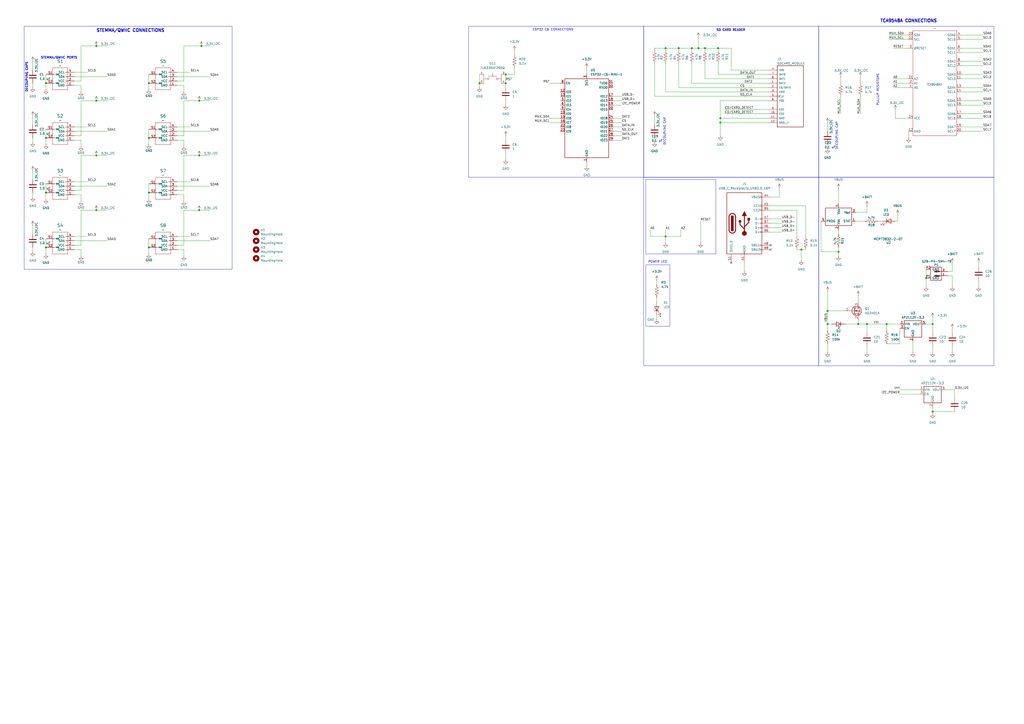
<source format=kicad_sch>
(kicad_sch (version 20250114) (generator "eeschema") (generator_version "9.0")
  (paper "A2")
  (rectangle (start 373.38 102.87) (end 474.98 212.09))
  (rectangle (start 374.65 153.67) (end 388.62 189.23))
  (rectangle (start 271.78 15.24) (end 373.38 102.87))
  (rectangle (start 474.98 102.87) (end 576.58 212.09))
  (rectangle (start 374.65 104.14) (end 415.29 147.32))
  (rectangle (start 474.98 15.24) (end 576.58 102.87))
  (rectangle (start 373.38 15.24) (end 474.98 102.87))
  (rectangle (start 13.97 15.24) (end 134.62 156.21))
  (text "POWER LED" (at 381.508 151.892 0) (effects (font (size 1.27 1.27))))
  (text "STEMMA/QWIIC CONNECTIONS" (at 75.692 17.78 0) (effects (font (size 1.778 1.778) (thickness 0.3556) (bold yes))))
  (text "PULLUP RESISTORS" (at 509.27 52.07 90) (effects (font (size 1.27 1.27))))
  (text "STEMMA/QWIIC PORTS\n" (at 34.29 33.528 0) (effects (font (size 1.27 1.27) (thickness 0.254) (bold yes))))
  (text "SD CARD READER\n" (at 423.926 17.526 0) (effects (font (size 1.27 1.27) (thickness 0.254) (bold yes))))
  (text "DECOUPlING CAPS" (at 15.494 44.704 90) (effects (font (size 1.27 1.27) (thickness 0.254) (bold yes))))
  (text "DECOUPlING CAP" (at 385.572 76.2 90) (effects (font (size 1.27 1.27))))
  (text "ESP32 C6 CONNECTIONS\n" (at 320.802 17.272 0) (effects (font (size 1.27 1.27))))
  (text "DECOUPlING CAP" (at 485.394 78.74 90) (effects (font (size 1.27 1.27))))
  (text "TCA9548A CONNECTIONS" (at 527.05 12.192 0) (effects (font (size 1.778 1.778) (thickness 0.3556) (bold yes))))
  (junction (at 86.36 143.51))
  (junction (at 541.02 187.96))
  (junction (at 541.02 238.76))
  (junction (at 417.83 68.58))
  (junction (at 480.06 187.96))
  (junction (at 537.21 161.29))
  (junction (at 55.88 26.67))
  (junction (at 26.67 80.01))
  (junction (at 26.67 111.76))
  (junction (at 408.94 27.94))
  (junction (at 115.57 58.42))
  (junction (at 86.36 48.26))
  (junction (at 514.35 187.96))
  (junction (at 26.67 143.51))
  (junction (at 278.13 48.26))
  (junction (at 502.92 187.96))
  (junction (at 26.67 48.26))
  (junction (at 401.32 27.94))
  (junction (at 416.56 27.94))
  (junction (at 55.88 90.17))
  (junction (at 293.37 43.18))
  (junction (at 386.08 137.16))
  (junction (at 115.57 90.17))
  (junction (at 393.7 27.94))
  (junction (at 464.82 144.78))
  (junction (at 86.36 80.01))
  (junction (at 386.08 27.94))
  (junction (at 480.06 180.34))
  (junction (at 486.41 146.05))
  (junction (at 115.57 121.92))
  (junction (at 55.88 121.92))
  (junction (at 293.37 48.26))
  (junction (at 55.88 58.42))
  (junction (at 405.13 27.94))
  (junction (at 86.36 111.76))
  (junction (at 116.84 26.67))
  (junction (at 497.84 187.96))
  (junction (at 417.83 71.12))
  (no_connect (at 447.04 144.78))
  (no_connect (at 447.04 142.24))
  (no_connect (at 424.18 152.4))
  (wire (pts (xy 557.53 73.66) (xy 570.23 73.66)))
  (wire (pts (xy 106.68 58.42) (xy 115.57 58.42)))
  (wire (pts (xy 43.18 144.78) (xy 46.99 144.78)))
  (wire (pts (xy 509.27 128.27) (xy 511.81 128.27)))
  (wire (pts (xy 386.08 53.34) (xy 445.77 53.34)))
  (wire (pts (xy 445.77 55.88) (xy 379.73 55.88)))
  (wire (pts (xy 408.94 45.72) (xy 445.77 45.72)))
  (wire (pts (xy 548.64 226.06) (xy 553.72 226.06)))
  (wire (pts (xy 26.67 74.93) (xy 26.67 80.01)))
  (wire (pts (xy 514.35 187.96) (xy 514.35 191.77)))
  (wire (pts (xy 381 182.88) (xy 381 185.42)))
  (wire (pts (xy 420.37 66.04) (xy 445.77 66.04)))
  (wire (pts (xy 26.67 80.01) (xy 26.67 83.82)))
  (wire (pts (xy 86.36 106.68) (xy 86.36 111.76)))
  (wire (pts (xy 486.41 109.22) (xy 486.41 118.11)))
  (wire (pts (xy 116.84 26.67) (xy 121.92 26.67)))
  (wire (pts (xy 355.6 73.66) (xy 360.68 73.66)))
  (wire (pts (xy 106.68 142.24) (xy 102.87 142.24)))
  (wire (pts (xy 386.08 36.83) (xy 386.08 53.34)))
  (wire (pts (xy 46.99 144.78) (xy 46.99 148.59)))
  (wire (pts (xy 19.05 80.01) (xy 19.05 82.55)))
  (wire (pts (xy 521.97 228.6) (xy 533.4 228.6)))
  (wire (pts (xy 515.62 22.86) (xy 527.05 22.86)))
  (wire (pts (xy 447.04 134.62) (xy 453.39 134.62)))
  (wire (pts (xy 476.25 128.27) (xy 476.25 146.05)))
  (wire (pts (xy 293.37 43.18) (xy 293.37 48.26)))
  (wire (pts (xy 557.53 22.86) (xy 570.23 22.86)))
  (wire (pts (xy 487.68 55.88) (xy 487.68 66.04)))
  (wire (pts (xy 19.05 99.06) (xy 19.05 104.14)))
  (wire (pts (xy 381 172.72) (xy 381 175.26)))
  (wire (pts (xy 46.99 121.92) (xy 46.99 142.24)))
  (wire (pts (xy 46.99 90.17) (xy 55.88 90.17)))
  (wire (pts (xy 393.7 27.94) (xy 393.7 29.21)))
  (wire (pts (xy 518.16 50.8) (xy 527.05 50.8)))
  (wire (pts (xy 552.45 160.02) (xy 552.45 166.37)))
  (wire (pts (xy 487.68 44.45) (xy 487.68 48.26)))
  (wire (pts (xy 102.87 44.45) (xy 121.92 44.45)))
  (wire (pts (xy 462.28 121.92) (xy 462.28 137.16)))
  (wire (pts (xy 46.99 78.74) (xy 43.18 78.74)))
  (wire (pts (xy 43.18 44.45) (xy 62.23 44.45)))
  (wire (pts (xy 557.53 35.56) (xy 570.23 35.56)))
  (wire (pts (xy 355.6 76.2) (xy 360.68 76.2)))
  (wire (pts (xy 46.99 26.67) (xy 55.88 26.67)))
  (wire (pts (xy 86.36 143.51) (xy 86.36 147.32)))
  (wire (pts (xy 462.28 144.78) (xy 464.82 144.78)))
  (wire (pts (xy 447.04 114.3) (xy 452.12 114.3)))
  (wire (pts (xy 480.06 187.96) (xy 482.6 187.96)))
  (wire (pts (xy 541.02 236.22) (xy 541.02 238.76)))
  (wire (pts (xy 557.53 30.48) (xy 570.23 30.48)))
  (wire (pts (xy 557.53 43.18) (xy 570.23 43.18)))
  (wire (pts (xy 102.87 76.2) (xy 121.92 76.2)))
  (wire (pts (xy 355.6 68.58) (xy 360.68 68.58)))
  (wire (pts (xy 521.97 199.39) (xy 514.35 199.39)))
  (wire (pts (xy 106.68 90.17) (xy 115.57 90.17)))
  (wire (pts (xy 552.45 190.5) (xy 552.45 193.04)))
  (wire (pts (xy 43.18 76.2) (xy 62.23 76.2)))
  (wire (pts (xy 541.02 187.96) (xy 541.02 184.15)))
  (wire (pts (xy 55.88 121.92) (xy 62.23 121.92)))
  (wire (pts (xy 355.6 71.12) (xy 360.68 71.12)))
  (wire (pts (xy 293.37 58.42) (xy 293.37 60.96)))
  (wire (pts (xy 480.06 191.77) (xy 480.06 187.96)))
  (wire (pts (xy 549.91 157.48) (xy 552.45 157.48)))
  (wire (pts (xy 115.57 90.17) (xy 121.92 90.17)))
  (wire (pts (xy 102.87 105.41) (xy 110.49 105.41)))
  (wire (pts (xy 408.94 27.94) (xy 408.94 29.21)))
  (wire (pts (xy 379.73 27.94) (xy 386.08 27.94)))
  (wire (pts (xy 43.18 41.91) (xy 50.8 41.91)))
  (wire (pts (xy 379.73 67.31) (xy 379.73 72.39)))
  (wire (pts (xy 386.08 27.94) (xy 386.08 29.21)))
  (wire (pts (xy 278.13 48.26) (xy 278.13 50.8)))
  (wire (pts (xy 293.37 78.74) (xy 293.37 81.28)))
  (wire (pts (xy 417.83 58.42) (xy 417.83 68.58)))
  (wire (pts (xy 340.36 39.37) (xy 340.36 43.18)))
  (wire (pts (xy 408.94 45.72) (xy 408.94 36.83)))
  (wire (pts (xy 394.97 133.35) (xy 394.97 137.16)))
  (wire (pts (xy 557.53 45.72) (xy 570.23 45.72)))
  (wire (pts (xy 417.83 68.58) (xy 417.83 71.12)))
  (wire (pts (xy 106.68 49.53) (xy 106.68 53.34)))
  (wire (pts (xy 502.92 200.66) (xy 502.92 204.47)))
  (wire (pts (xy 405.13 27.94) (xy 408.94 27.94)))
  (wire (pts (xy 521.97 226.06) (xy 533.4 226.06)))
  (wire (pts (xy 480.06 168.91) (xy 480.06 180.34)))
  (wire (pts (xy 515.62 20.32) (xy 527.05 20.32)))
  (wire (pts (xy 318.77 71.12) (xy 325.12 71.12)))
  (wire (pts (xy 43.18 49.53) (xy 46.99 49.53)))
  (wire (pts (xy 46.99 46.99) (xy 43.18 46.99)))
  (wire (pts (xy 381 162.56) (xy 381 165.1)))
  (wire (pts (xy 496.57 128.27) (xy 501.65 128.27)))
  (wire (pts (xy 115.57 58.42) (xy 121.92 58.42)))
  (wire (pts (xy 552.45 157.48) (xy 552.45 152.4)))
  (wire (pts (xy 553.72 226.06) (xy 553.72 231.14)))
  (wire (pts (xy 480.06 180.34) (xy 490.22 180.34)))
  (wire (pts (xy 518.16 48.26) (xy 527.05 48.26)))
  (wire (pts (xy 557.53 60.96) (xy 570.23 60.96)))
  (wire (pts (xy 106.68 58.42) (xy 106.68 78.74)))
  (wire (pts (xy 557.53 66.04) (xy 570.23 66.04)))
  (wire (pts (xy 541.02 200.66) (xy 541.02 204.47)))
  (wire (pts (xy 401.32 48.26) (xy 401.32 36.83)))
  (wire (pts (xy 19.05 48.26) (xy 19.05 50.8)))
  (wire (pts (xy 355.6 78.74) (xy 360.68 78.74)))
  (wire (pts (xy 401.32 27.94) (xy 405.13 27.94)))
  (wire (pts (xy 46.99 121.92) (xy 55.88 121.92)))
  (wire (pts (xy 480.06 71.12) (xy 480.06 76.2)))
  (wire (pts (xy 19.05 35.56) (xy 19.05 40.64)))
  (wire (pts (xy 416.56 43.18) (xy 445.77 43.18)))
  (wire (pts (xy 43.18 113.03) (xy 46.99 113.03)))
  (wire (pts (xy 46.99 58.42) (xy 46.99 78.74)))
  (wire (pts (xy 518.16 45.72) (xy 527.05 45.72)))
  (wire (pts (xy 298.45 43.18) (xy 293.37 43.18)))
  (wire (pts (xy 417.83 58.42) (xy 445.77 58.42)))
  (wire (pts (xy 43.18 107.95) (xy 62.23 107.95)))
  (wire (pts (xy 102.87 137.16) (xy 110.49 137.16)))
  (wire (pts (xy 467.36 119.38) (xy 467.36 137.16)))
  (wire (pts (xy 318.77 68.58) (xy 325.12 68.58)))
  (wire (pts (xy 424.18 40.64) (xy 445.77 40.64)))
  (wire (pts (xy 497.84 187.96) (xy 502.92 187.96)))
  (wire (pts (xy 417.83 68.58) (xy 445.77 68.58)))
  (wire (pts (xy 557.53 20.32) (xy 570.23 20.32)))
  (wire (pts (xy 486.41 133.35) (xy 486.41 135.89)))
  (wire (pts (xy 86.36 74.93) (xy 86.36 80.01)))
  (wire (pts (xy 406.4 128.27) (xy 406.4 140.97)))
  (wire (pts (xy 497.84 185.42) (xy 497.84 187.96)))
  (wire (pts (xy 26.67 138.43) (xy 26.67 143.51)))
  (wire (pts (xy 106.68 110.49) (xy 102.87 110.49)))
  (wire (pts (xy 46.99 113.03) (xy 46.99 116.84)))
  (wire (pts (xy 19.05 130.81) (xy 19.05 135.89)))
  (wire (pts (xy 46.99 90.17) (xy 46.99 110.49)))
  (wire (pts (xy 464.82 144.78) (xy 464.82 151.13)))
  (wire (pts (xy 377.19 137.16) (xy 386.08 137.16)))
  (wire (pts (xy 445.77 50.8) (xy 393.7 50.8)))
  (wire (pts (xy 467.36 144.78) (xy 464.82 144.78)))
  (wire (pts (xy 557.53 58.42) (xy 570.23 58.42)))
  (wire (pts (xy 541.02 238.76) (xy 553.72 238.76)))
  (wire (pts (xy 298.45 39.37) (xy 298.45 43.18)))
  (wire (pts (xy 527.05 76.2) (xy 527.05 80.01)))
  (wire (pts (xy 86.36 48.26) (xy 86.36 52.07)))
  (wire (pts (xy 102.87 41.91) (xy 110.49 41.91)))
  (wire (pts (xy 43.18 81.28) (xy 46.99 81.28)))
  (wire (pts (xy 496.57 123.19) (xy 502.92 123.19)))
  (wire (pts (xy 386.08 27.94) (xy 393.7 27.94)))
  (wire (pts (xy 102.87 49.53) (xy 106.68 49.53)))
  (wire (pts (xy 386.08 137.16) (xy 394.97 137.16)))
  (wire (pts (xy 46.99 81.28) (xy 46.99 85.09)))
  (wire (pts (xy 393.7 27.94) (xy 401.32 27.94)))
  (wire (pts (xy 447.04 129.54) (xy 453.39 129.54)))
  (wire (pts (xy 499.11 55.88) (xy 499.11 66.04)))
  (wire (pts (xy 416.56 43.18) (xy 416.56 36.83)))
  (wire (pts (xy 379.73 55.88) (xy 379.73 36.83)))
  (wire (pts (xy 497.84 171.45) (xy 497.84 175.26)))
  (wire (pts (xy 417.83 71.12) (xy 417.83 78.74)))
  (wire (pts (xy 537.21 156.21) (xy 537.21 161.29)))
  (wire (pts (xy 502.92 187.96) (xy 514.35 187.96)))
  (wire (pts (xy 26.67 111.76) (xy 26.67 115.57)))
  (wire (pts (xy 46.99 110.49) (xy 43.18 110.49)))
  (wire (pts (xy 26.67 43.18) (xy 26.67 48.26)))
  (wire (pts (xy 43.18 139.7) (xy 62.23 139.7)))
  (wire (pts (xy 43.18 73.66) (xy 50.8 73.66)))
  (wire (pts (xy 106.68 26.67) (xy 106.68 46.99)))
  (wire (pts (xy 401.32 27.94) (xy 401.32 29.21)))
  (wire (pts (xy 431.8 152.4) (xy 431.8 157.48)))
  (wire (pts (xy 106.68 26.67) (xy 116.84 26.67)))
  (wire (pts (xy 46.99 49.53) (xy 46.99 53.34)))
  (wire (pts (xy 480.06 83.82) (xy 480.06 86.36)))
  (wire (pts (xy 552.45 200.66) (xy 552.45 204.47)))
  (wire (pts (xy 424.18 27.94) (xy 424.18 40.64)))
  (wire (pts (xy 417.83 71.12) (xy 445.77 71.12)))
  (wire (pts (xy 386.08 137.16) (xy 386.08 140.97)))
  (wire (pts (xy 379.73 80.01) (xy 379.73 82.55)))
  (wire (pts (xy 452.12 114.3) (xy 452.12 109.22)))
  (wire (pts (xy 355.6 60.96) (xy 360.68 60.96)))
  (wire (pts (xy 102.87 139.7) (xy 121.92 139.7)))
  (wire (pts (xy 527.05 68.58) (xy 519.43 68.58)))
  (wire (pts (xy 537.21 161.29) (xy 537.21 166.37)))
  (wire (pts (xy 480.06 199.39) (xy 480.06 204.47)))
  (wire (pts (xy 293.37 88.9) (xy 293.37 92.71)))
  (wire (pts (xy 102.87 113.03) (xy 106.68 113.03)))
  (wire (pts (xy 519.43 68.58) (xy 519.43 63.5)))
  (wire (pts (xy 19.05 111.76) (xy 19.05 114.3)))
  (wire (pts (xy 340.36 93.98) (xy 340.36 96.52)))
  (wire (pts (xy 43.18 137.16) (xy 50.8 137.16)))
  (wire (pts (xy 416.56 27.94) (xy 416.56 29.21)))
  (wire (pts (xy 520.7 128.27) (xy 520.7 124.46)))
  (wire (pts (xy 86.36 111.76) (xy 86.36 115.57)))
  (wire (pts (xy 521.97 187.96) (xy 514.35 187.96)))
  (wire (pts (xy 46.99 58.42) (xy 55.88 58.42)))
  (wire (pts (xy 420.37 63.5) (xy 445.77 63.5)))
  (wire (pts (xy 393.7 50.8) (xy 393.7 36.83)))
  (wire (pts (xy 386.08 133.35) (xy 386.08 137.16)))
  (wire (pts (xy 445.77 48.26) (xy 401.32 48.26)))
  (wire (pts (xy 26.67 106.68) (xy 26.67 111.76)))
  (wire (pts (xy 19.05 67.31) (xy 19.05 72.39)))
  (wire (pts (xy 55.88 58.42) (xy 62.23 58.42)))
  (wire (pts (xy 355.6 55.88) (xy 360.68 55.88)))
  (wire (pts (xy 46.99 142.24) (xy 43.18 142.24)))
  (wire (pts (xy 557.53 38.1) (xy 570.23 38.1)))
  (wire (pts (xy 102.87 107.95) (xy 121.92 107.95)))
  (wire (pts (xy 106.68 121.92) (xy 106.68 142.24)))
  (wire (pts (xy 537.21 187.96) (xy 541.02 187.96)))
  (wire (pts (xy 447.04 132.08) (xy 453.39 132.08)))
  (wire (pts (xy 557.53 53.34) (xy 570.23 53.34)))
  (wire (pts (xy 115.57 121.92) (xy 121.92 121.92)))
  (wire (pts (xy 106.68 81.28) (xy 106.68 85.09)))
  (wire (pts (xy 106.68 144.78) (xy 106.68 148.59)))
  (wire (pts (xy 567.69 162.56) (xy 567.69 166.37)))
  (wire (pts (xy 502.92 187.96) (xy 502.92 193.04)))
  (wire (pts (xy 355.6 81.28) (xy 360.68 81.28)))
  (wire (pts (xy 408.94 27.94) (xy 416.56 27.94)))
  (wire (pts (xy 26.67 48.26) (xy 26.67 52.07)))
  (wire (pts (xy 106.68 113.03) (xy 106.68 116.84)))
  (wire (pts (xy 557.53 50.8) (xy 570.23 50.8)))
  (wire (pts (xy 86.36 80.01) (xy 86.36 83.82)))
  (wire (pts (xy 447.04 121.92) (xy 462.28 121.92)))
  (wire (pts (xy 480.06 180.34) (xy 480.06 187.96)))
  (wire (pts (xy 416.56 27.94) (xy 424.18 27.94)))
  (wire (pts (xy 490.22 187.96) (xy 497.84 187.96)))
  (wire (pts (xy 486.41 148.59) (xy 486.41 146.05)))
  (wire (pts (xy 567.69 152.4) (xy 567.69 154.94)))
  (wire (pts (xy 541.02 238.76) (xy 541.02 240.03)))
  (wire (pts (xy 541.02 187.96) (xy 541.02 193.04)))
  (wire (pts (xy 486.41 143.51) (xy 486.41 146.05)))
  (wire (pts (xy 19.05 143.51) (xy 19.05 146.05)))
  (wire (pts (xy 379.73 27.94) (xy 379.73 29.21)))
  (wire (pts (xy 106.68 121.92) (xy 115.57 121.92)))
  (wire (pts (xy 557.53 27.94) (xy 570.23 27.94)))
  (wire (pts (xy 106.68 90.17) (xy 106.68 110.49)))
  (wire (pts (xy 106.68 46.99) (xy 102.87 46.99)))
  (wire (pts (xy 447.04 119.38) (xy 467.36 119.38)))
  (wire (pts (xy 529.59 198.12) (xy 529.59 204.47)))
  (wire (pts (xy 86.36 138.43) (xy 86.36 143.51)))
  (wire (pts (xy 86.36 43.18) (xy 86.36 48.26)))
  (wire (pts (xy 102.87 81.28) (xy 106.68 81.28)))
  (wire (pts (xy 502.92 119.38) (xy 502.92 123.19)))
  (wire (pts (xy 499.11 44.45) (xy 499.11 48.26)))
  (wire (pts (xy 377.19 133.35) (xy 377.19 137.16)))
  (wire (pts (xy 519.43 128.27) (xy 520.7 128.27)))
  (wire (pts (xy 318.77 48.26) (xy 325.12 48.26)))
  (wire (pts (xy 518.16 27.94) (xy 527.05 27.94)))
  (wire (pts (xy 102.87 73.66) (xy 110.49 73.66)))
  (wire (pts (xy 298.45 29.21) (xy 298.45 31.75)))
  (wire (pts (xy 355.6 58.42) (xy 360.68 58.42)))
  (wire (pts (xy 447.04 127) (xy 453.39 127)))
  (wire (pts (xy 278.13 43.18) (xy 278.13 48.26)))
  (wire (pts (xy 55.88 26.67) (xy 62.23 26.67)))
  (wire (pts (xy 55.88 90.17) (xy 62.23 90.17)))
  (wire (pts (xy 46.99 26.67) (xy 46.99 46.99)))
  (wire (pts (xy 102.87 144.78) (xy 106.68 144.78)))
  (wire (pts (xy 476.25 146.05) (xy 486.41 146.05)))
  (wire (pts (xy 557.53 76.2) (xy 570.23 76.2)))
  (wire (pts (xy 293.37 48.26) (xy 293.37 50.8)))
  (wire (pts (xy 405.13 21.59) (xy 405.13 27.94)))
  (wire (pts (xy 106.68 78.74) (xy 102.87 78.74)))
  (wire (pts (xy 26.67 143.51) (xy 26.67 147.32)))
  (wire (pts (xy 552.45 160.02) (xy 549.91 160.02)))
  (wire (pts (xy 557.53 68.58) (xy 570.23 68.58)))
  (wire (pts (xy 521.97 190.5) (xy 521.97 199.39)))
  (wire (pts (xy 43.18 105.41) (xy 50.8 105.41)))
  (label "MUX_SCL" (at 515.62 22.86 0))
  (label "DATA_IN" (at 429.26 53.34 0))
  (label "SDA7" (at 121.92 139.7 0))
  (label "SCL1" (at 50.8 73.66 0))
  (label "SDA4" (at 121.92 44.45 0))
  (label "RST" (at 318.77 48.26 180))
  (label "SDA5" (at 121.92 76.2 0))
  (label "SCL1" (at 570.23 30.48 0))
  (label "SDA1" (at 570.23 27.94 0))
  (label "SDA1" (at 62.23 76.2 0))
  (label "SCL6" (at 570.23 68.58 0))
  (label "USB_D+" (at 453.39 134.62 0))
  (label "SCL6" (at 110.49 105.41 0))
  (label "SCL2" (at 50.8 105.41 0))
  (label "A1" (at 386.08 133.35 0))
  (label "VBUS" (at 480.06 186.69 90))
  (label "RST" (at 293.37 46.99 0))
  (label "A2" (at 518.16 50.8 0))
  (label "SCL3" (at 570.23 45.72 0))
  (label "I2C_POWER" (at 360.68 60.96 0))
  (label "DAT1" (at 433.07 45.72 0))
  (label "SDA5" (at 570.23 58.42 0))
  (label "MUX_SDA" (at 515.62 20.32 0))
  (label "SDA4" (at 570.23 50.8 0))
  (label "SCL7" (at 110.49 137.16 0))
  (label "DATA_IN" (at 360.68 73.66 0))
  (label "SCL5" (at 570.23 60.96 0))
  (label "USB_D+" (at 453.39 132.08 0))
  (label "A2" (at 394.97 133.35 0))
  (label "CD{slash}CARD_DETECT" (at 420.37 66.04 0))
  (label "MUX_SCL" (at 318.77 71.12 180))
  (label "RESET" (at 518.16 27.94 0))
  (label "SDA6" (at 570.23 66.04 0))
  (label "CD{slash}CARD_DETECT" (at 420.37 63.5 0))
  (label "DAT2" (at 360.68 68.58 0))
  (label "SDA2" (at 62.23 107.95 0))
  (label "CS" (at 429.26 50.8 0))
  (label "SCL4" (at 570.23 53.34 0))
  (label "SCL0" (at 50.8 41.91 0))
  (label "SD_CLK" (at 360.68 76.2 0))
  (label "SCL7" (at 570.23 76.2 0))
  (label "SCL0" (at 570.23 22.86 0))
  (label "MUX_SDA" (at 318.77 68.58 180))
  (label "USB_D-" (at 360.68 55.88 0))
  (label "SCL3" (at 50.8 137.16 0))
  (label "SD_CLK" (at 429.26 55.88 0))
  (label "SDA7" (at 570.23 73.66 0))
  (label "I2C_POWER" (at 521.97 228.6 180))
  (label "SDA0" (at 62.23 44.45 0))
  (label "SDA3" (at 570.23 43.18 0))
  (label "MUX_SDA" (at 499.11 66.04 90))
  (label "SDA0" (at 570.23 20.32 0))
  (label "SDA2" (at 570.23 35.56 0))
  (label "VHI" (at 506.73 187.96 0))
  (label "DATA_OUT" (at 360.68 78.74 0))
  (label "USB_D+" (at 360.68 58.42 0))
  (label "SCL2" (at 570.23 38.1 0))
  (label "SDA6" (at 121.92 107.95 0))
  (label "3.3V_I2C" (at 553.72 226.06 0))
  (label "A0" (at 518.16 45.72 0))
  (label "SCL5" (at 110.49 73.66 0))
  (label "RESET" (at 406.4 128.27 0))
  (label "MUX_SCL" (at 487.68 66.04 90))
  (label "USB_D-" (at 453.39 129.54 0))
  (label "DATA_OUT" (at 429.26 43.18 0))
  (label "VHI" (at 521.97 226.06 180))
  (label "A0" (at 377.19 133.35 0))
  (label "DAT2" (at 431.8 48.26 0))
  (label "USB_D-" (at 453.39 127 0))
  (label "DAT1" (at 360.68 81.28 0))
  (label "SDA3" (at 62.23 139.7 0))
  (label "CS" (at 360.68 71.12 0))
  (label "A1" (at 518.16 48.26 0))
  (label "SCL4" (at 110.49 41.91 0))
  (symbol (lib_id "power:GND") (at 480.06 204.47 0) (unit 1)
    (property "Reference" "#PWR066" (effects (hide yes)))
    (property "Value" "GND" (at 480.06 209.55 0))
    (property "Description" "Power symbol creates a global label with name \"GND\" , ground" (effects (hide yes)))
  )
  (symbol (lib_id "Pico_Symbols:STEMMA_QT") (at 95.25 46.99 0) (unit 1)
    (property "Reference" "S5" (at 94.615 35.56 0) (effects (font (size 1.778 1.778))))
    (property "Value" "~" (at 94.615 38.1 0) (effects (font (size 1.778 1.778))))
    (property "Footprint" "Pico_Footprints:STEMMAQWIIC_Footprint" (effects (hide yes)))
    (property "Description" "Port to connect the sensors, such as the magnetometers" (effects (hide yes)))
  )
  (symbol (lib_id "power:+3V3") (at 55.88 26.67 0) (unit 1)
    (property "Reference" "#PWR017" (effects (hide yes)))
    (property "Value" "3.3V_I2C" (at 58.42 25.3999 0) (effects (justify left)))
    (property "Description" "Power symbol creates a global label with name \"+3V3\"" (effects (hide yes)))
  )
  (symbol (lib_id "Pico_Symbols:STEMMA_QT") (at 35.56 46.99 0) (unit 1)
    (property "Reference" "S1" (at 34.925 35.56 0) (effects (font (size 1.778 1.778))))
    (property "Value" "~" (at 34.925 38.1 0) (effects (font (size 1.778 1.778))))
    (property "Footprint" "Pico_Footprints:STEMMAQWIIC_Footprint" (effects (hide yes)))
    (property "Description" "Port to connect the sensors, such as the magnetometers" (effects (hide yes)))
  )
  (symbol (lib_id "power:+3V3") (at 480.06 71.12 0) (unit 1)
    (property "Reference" "#PWR063" (effects (hide yes)))
    (property "Value" "3.3V_I2C" (at 482.092 73.406 90))
    (property "Description" "Power symbol creates a global label with name \"+3V3\"" (effects (hide yes)))
  )
  (symbol (lib_id "power:GND") (at 464.82 151.13 0) (unit 1)
    (property "Reference" "#PWR062" (effects (hide yes)))
    (property "Value" "GND" (at 464.82 156.21 0))
    (property "Description" "Power symbol creates a global label with name \"GND\" , ground" (effects (hide yes)))
  )
  (symbol (lib_id "Device:D") (at 486.41 187.96 180) (unit 1)
    (property "Reference" "D2" (at 486.41 192.024 0))
    (property "Value" "D" (at 486.664 189.992 0))
    (property "Footprint" "Diode_SMD:D_0402_1005Metric_Pad0.77x0.64mm_HandSolder" (effects (hide yes)))
    (property "Description" "Diode" (effects (hide yes)))
    (property "Sim.Device" "D" (effects (hide yes)))
    (property "Sim.Pins" "1=K 2=A" (effects (hide yes)))
  )
  (symbol (lib_id "Device:R_US") (at 401.32 33.02 0) (unit 1)
    (property "Reference" "R8" (at 406.146 34.798 90) (effects (justify left)))
    (property "Value" "47k" (at 404.114 34.798 90) (effects (justify left)))
    (property "Footprint" "Resistor_SMD:R_0603_1608Metric" (effects (hide yes)))
    (property "Description" "Resistor, US symbol" (effects (hide yes)))
  )
  (symbol (lib_id "power:+3V3") (at 381 162.56 0) (unit 1)
    (property "Reference" "#PWR054" (effects (hide yes)))
    (property "Value" "+3.3V" (at 381 157.48 0))
    (property "Description" "Power symbol creates a global label with name \"+3V3\"" (effects (hide yes)))
  )
  (symbol (lib_id "power:GND") (at 26.67 115.57 0) (unit 1)
    (property "Reference" "#PWR011" (effects (hide yes)))
    (property "Value" "GND" (at 26.67 120.65 0))
    (property "Description" "Power symbol creates a global label with name \"GND\" , ground" (effects (hide yes)))
  )
  (symbol (lib_id "power:GND") (at 293.37 92.71 0) (unit 1)
    (property "Reference" "#PWR039" (effects (hide yes)))
    (property "Value" "GND" (at 293.37 97.79 0))
    (property "Description" "Power symbol creates a global label with name \"GND\" , ground" (effects (hide yes)))
  )
  (symbol (lib_id "Mechanical:MountingHole") (at 148.59 144.78 0) (unit 1) (exclude_from_sim yes) (in_bom no)
    (property "Reference" "H3" (at 151.13 143.5099 0) (effects (justify left)))
    (property "Value" "MountingHole" (at 151.13 146.0499 0) (effects (justify left)))
    (property "Footprint" "MountingHole:MountingHole_2.5mm" (effects (hide yes)))
    (property "Description" "Mounting Hole without connection" (effects (hide yes)))
  )
  (symbol (lib_id "Regulator_Linear:AP2112K-3.3") (at 541.02 228.6 0) (unit 1)
    (property "Reference" "U4" (at 541.02 219.71 0))
    (property "Value" "AP2112K-3.3" (at 541.02 222.25 0))
    (property "Footprint" "Package_TO_SOT_SMD:SOT-23-5" (effects (hide yes)))
    (property "Datasheet" "https://www.diodes.com/assets/Datasheets/AP2112.pdf" (effects (hide yes)))
    (property "Description" "600mA low dropout linear regulator, with enable pin, 3.8V-6V input voltage range, 3.3V fixed positive output, SOT-23-5" (effects (hide yes)))
  )
  (symbol (lib_id "Device:C") (at 480.06 80.01 0) (unit 1)
    (property "Reference" "C20" (at 478.282 82.804 0) (effects (justify left)))
    (property "Value" "0.1 uF" (at 478.282 85.344 0) (effects (justify left)))
    (property "Footprint" "Capacitor_SMD:C_0603_1608Metric" (effects (hide yes)))
    (property "Description" "Unpolarized capacitor" (effects (hide yes)))
  )
  (symbol (lib_id "power:GND") (at 527.05 80.01 0) (unit 1)
    (property "Reference" "#PWR076" (effects (hide yes)))
    (property "Value" "GND" (at 527.05 85.09 0))
    (property "Description" "Power symbol creates a global label with name \"GND\" , ground" (effects (hide yes)))
  )
  (symbol (lib_id "Device:R_US") (at 486.41 139.7 180) (unit 1)
    (property "Reference" "R15" (at 488.696 139.7 90))
    (property "Value" "4.7k" (at 484.378 139.7 90))
    (property "Footprint" "Resistor_SMD:R_0603_1608Metric" (effects (hide yes)))
    (property "Description" "Resistor, US symbol" (effects (hide yes)))
  )
  (symbol (lib_id "power:GND") (at 541.02 240.03 0) (unit 1)
    (property "Reference" "#PWR083" (effects (hide yes)))
    (property "Value" "GND" (at 541.02 245.11 0))
    (property "Description" "Power symbol creates a global label with name \"GND\" , ground" (effects (hide yes)))
  )
  (symbol (lib_id "Device:R_US") (at 379.73 33.02 0) (unit 1)
    (property "Reference" "R2" (at 383.794 34.798 90) (effects (justify left)))
    (property "Value" "47k" (at 382.016 34.798 90) (effects (justify left)))
    (property "Footprint" "Resistor_SMD:R_0603_1608Metric" (effects (hide yes)))
    (property "Description" "Resistor, US symbol" (effects (hide yes)))
  )
  (symbol (lib_id "power:GND") (at 46.99 148.59 0) (unit 1)
    (property "Reference" "#PWR016" (effects (hide yes)))
    (property "Value" "GND" (at 46.99 152.146 0))
    (property "Description" "Power symbol creates a global label with name \"GND\" , ground" (effects (hide yes)))
  )
  (symbol (lib_id "power:GND") (at 502.92 204.47 0) (unit 1)
    (property "Reference" "#PWR073" (effects (hide yes)))
    (property "Value" "GND" (at 502.92 209.55 0))
    (property "Description" "Power symbol creates a global label with name \"GND\" , ground" (effects (hide yes)))
  )
  (symbol (lib_id "Device:R_US") (at 480.06 195.58 0) (unit 1)
    (property "Reference" "R14" (at 482.6 194.3099 0) (effects (justify left)))
    (property "Value" "100k" (at 482.6 196.8499 0) (effects (justify left)))
    (property "Footprint" "Resistor_SMD:R_0805_2012Metric" (effects (hide yes)))
    (property "Description" "Resistor, US symbol" (effects (hide yes)))
  )
  (symbol (lib_id "power:GND") (at 278.13 50.8 0) (unit 1)
    (property "Reference" "#PWR092" (effects (hide yes)))
    (property "Value" "GND" (at 278.13 55.88 0))
    (property "Description" "Power symbol creates a global label with name \"GND\" , ground" (effects (hide yes)))
  )
  (symbol (lib_id "power:GND") (at 431.8 157.48 0) (unit 1)
    (property "Reference" "#PWR060" (effects (hide yes)))
    (property "Value" "GND" (at 431.8 162.56 0))
    (property "Description" "Power symbol creates a global label with name \"GND\" , ground" (effects (hide yes)))
  )
  (symbol (lib_id "Device:R_US") (at 381 168.91 0) (unit 1)
    (property "Reference" "R3" (at 383.54 163.8299 0) (effects (justify left)))
    (property "Value" "4.7k" (at 383.54 166.3699 0) (effects (justify left)))
    (property "Footprint" "Resistor_SMD:R_0603_1608Metric" (effects (hide yes)))
    (property "Description" "Resistor, US symbol" (effects (hide yes)))
  )
  (symbol (lib_id "power:GND") (at 86.36 147.32 0) (unit 1)
    (property "Reference" "#PWR024" (effects (hide yes)))
    (property "Value" "GND" (at 86.36 150.876 0))
    (property "Description" "Power symbol creates a global label with name \"GND\" , ground" (effects (hide yes)))
  )
  (symbol (lib_id "Device:C") (at 19.05 107.95 0) (unit 1)
    (property "Reference" "C3" (at 22.86 106.6799 0) (effects (justify left)))
    (property "Value" "1.0 uF" (at 22.86 109.2199 0) (effects (justify left)))
    (property "Footprint" "Capacitor_SMD:C_0603_1608Metric" (effects (hide yes)))
    (property "Description" "Unpolarized capacitor" (effects (hide yes)))
  )
  (symbol (lib_id "power:GND") (at 480.06 86.36 0) (unit 1)
    (property "Reference" "#PWR064" (effects (hide yes)))
    (property "Value" "GND" (at 480.06 91.44 0))
    (property "Description" "Power symbol creates a global label with name \"GND\" , ground" (effects (hide yes)))
  )
  (symbol (lib_id "power:GND") (at 46.99 53.34 0) (unit 1)
    (property "Reference" "#PWR013" (effects (hide yes)))
    (property "Value" "GND" (at 46.99 56.896 0))
    (property "Description" "Power symbol creates a global label with name \"GND\" , ground" (effects (hide yes)))
  )
  (symbol (lib_id "Device:C") (at 502.92 196.85 0) (unit 1)
    (property "Reference" "C21" (at 506.73 195.5799 0) (effects (justify left)))
    (property "Value" "10" (at 506.73 198.1199 0) (effects (justify left)))
    (property "Footprint" "Capacitor_SMD:C_0603_1608Metric" (effects (hide yes)))
    (property "Description" "Unpolarized capacitor" (effects (hide yes)))
  )
  (symbol (lib_id "power:+3V3") (at 19.05 99.06 0) (unit 1)
    (property "Reference" "#PWR05" (effects (hide yes)))
    (property "Value" "3.3V_I2C" (at 21.082 101.346 90))
    (property "Description" "Power symbol creates a global label with name \"+3V3\"" (effects (hide yes)))
  )
  (symbol (lib_id "power:+3V3") (at 19.05 35.56 0) (unit 1)
    (property "Reference" "#PWR01" (effects (hide yes)))
    (property "Value" "3.3V_I2C" (at 21.082 37.846 90))
    (property "Description" "Power symbol creates a global label with name \"+3V3\"" (effects (hide yes)))
  )
  (symbol (lib_id "power:GND") (at 486.41 148.59 0) (unit 1)
    (property "Reference" "#PWR068" (effects (hide yes)))
    (property "Value" "GND" (at 486.41 153.67 0))
    (property "Description" "Power symbol creates a global label with name \"GND\" , ground" (effects (hide yes)))
  )
  (symbol (lib_id "power:GND") (at 537.21 166.37 0) (unit 1)
    (property "Reference" "#PWR080" (effects (hide yes)))
    (property "Value" "GND" (at 537.21 171.45 0))
    (property "Description" "Power symbol creates a global label with name \"GND\" , ground" (effects (hide yes)))
  )
  (symbol (lib_name "LED_1") (lib_id "Device:LED") (at 515.62 128.27 0) (unit 1)
    (property "Reference" "D3" (at 514.0325 121.92 0))
    (property "Value" "LED" (at 514.0325 124.46 0))
    (property "Footprint" "LED_SMD:LED_0603_1608Metric" (effects (hide yes)))
    (property "Description" "Light emitting diode" (effects (hide yes)))
    (property "Sim.Pins" "1=K 2=A" (effects (hide yes)))
  )
  (symbol (lib_id "power:GND") (at 26.67 52.07 0) (unit 1)
    (property "Reference" "#PWR09" (effects (hide yes)))
    (property "Value" "GND" (at 26.67 57.15 0))
    (property "Description" "Power symbol creates a global label with name \"GND\" , ground" (effects (hide yes)))
  )
  (symbol (lib_id "Device:R_US") (at 467.36 140.97 0) (unit 1)
    (property "Reference" "R13" (at 469.9 139.6999 0) (effects (justify left)))
    (property "Value" "5.1k" (at 469.9 142.2399 0) (effects (justify left)))
    (property "Footprint" "Resistor_SMD:R_0603_1608Metric" (effects (hide yes)))
    (property "Description" "Resistor, US symbol" (effects (hide yes)))
  )
  (symbol (lib_id "Pico_Symbols:STEMMA_QT") (at 95.25 78.74 0) (unit 1)
    (property "Reference" "S6" (at 94.615 67.31 0) (effects (font (size 1.778 1.778))))
    (property "Value" "~" (at 94.615 69.85 0) (effects (font (size 1.778 1.778))))
    (property "Footprint" "Pico_Footprints:STEMMAQWIIC_Footprint" (effects (hide yes)))
    (property "Description" "Port to connect the sensors, such as the magnetometers" (effects (hide yes)))
  )
  (symbol (lib_id "power:GND") (at 417.83 78.74 0) (unit 1)
    (property "Reference" "#PWR059" (effects (hide yes)))
    (property "Value" "GND" (at 417.83 83.82 0))
    (property "Description" "Power symbol creates a global label with name \"GND\" , ground" (effects (hide yes)))
  )
  (symbol (lib_id "Device:C") (at 19.05 139.7 0) (unit 1)
    (property "Reference" "C4" (at 22.86 138.4299 0) (effects (justify left)))
    (property "Value" "1.0 uF" (at 22.86 140.9699 0) (effects (justify left)))
    (property "Footprint" "Capacitor_SMD:C_0603_1608Metric" (effects (hide yes)))
    (property "Description" "Unpolarized capacitor" (effects (hide yes)))
  )
  (symbol (lib_id "Pico_Symbols:STEMMA_QT") (at 35.56 78.74 0) (unit 1)
    (property "Reference" "S2" (at 34.925 67.31 0) (effects (font (size 1.778 1.778))))
    (property "Value" "~" (at 34.925 69.85 0) (effects (font (size 1.778 1.778))))
    (property "Footprint" "Pico_Footprints:STEMMAQWIIC_Footprint" (effects (hide yes)))
    (property "Description" "Port to connect the sensors, such as the magnetometers" (effects (hide yes)))
  )
  (symbol (lib_id "power:+3V3") (at 499.11 44.45 0) (unit 1)
    (property "Reference" "#PWR071" (effects (hide yes)))
    (property "Value" "3.3V_I2C" (at 495.3 40.894 0) (effects (justify left)))
    (property "Description" "Power symbol creates a global label with name \"+3V3\"" (effects (hide yes)))
  )
  (symbol (lib_id "power:+3V3") (at 115.57 121.92 0) (unit 1)
    (property "Reference" "#PWR031" (effects (hide yes)))
    (property "Value" "3.3V_I2C" (at 118.11 120.6499 0) (effects (justify left)))
    (property "Description" "Power symbol creates a global label with name \"+3V3\"" (effects (hide yes)))
  )
  (symbol (lib_id "power:+3V3") (at 340.36 39.37 0) (unit 1)
    (property "Reference" "#PWR034" (effects (hide yes)))
    (property "Value" "+3.3V" (at 340.36 34.29 0))
    (property "Description" "Power symbol creates a global label with name \"+3V3\"" (effects (hide yes)))
  )
  (symbol (lib_id "power:VBUS") (at 480.06 168.91 0) (unit 1)
    (property "Reference" "#PWR065" (effects (hide yes)))
    (property "Value" "VBUS" (at 480.06 163.83 0))
    (property "Description" "Power symbol creates a global label with name \"VBUS\"" (effects (hide yes)))
  )
  (symbol (lib_id "power:GND") (at 19.05 146.05 0) (unit 1)
    (property "Reference" "#PWR08" (effects (hide yes)))
    (property "Value" "GND" (at 19.05 151.13 0))
    (property "Description" "Power symbol creates a global label with name \"GND\" , ground" (effects (hide yes)))
  )
  (symbol (lib_id "power:GND") (at 293.37 60.96 0) (unit 1)
    (property "Reference" "#PWR036" (effects (hide yes)))
    (property "Value" "GND" (at 293.37 66.04 0))
    (property "Description" "Power symbol creates a global label with name \"GND\" , ground" (effects (hide yes)))
  )
  (symbol (lib_id "power:GND") (at 86.36 115.57 0) (unit 1)
    (property "Reference" "#PWR023" (effects (hide yes)))
    (property "Value" "GND" (at 86.36 119.126 0))
    (property "Description" "Power symbol creates a global label with name \"GND\" , ground" (effects (hide yes)))
  )
  (symbol (lib_id "Device:R_US") (at 386.08 33.02 0) (unit 1)
    (property "Reference" "R4" (at 391.414 34.798 90) (effects (justify left)))
    (property "Value" "47k" (at 389.128 34.798 90) (effects (justify left)))
    (property "Footprint" "Resistor_SMD:R_0603_1608Metric" (effects (hide yes)))
    (property "Description" "Resistor, US symbol" (effects (hide yes)))
  )
  (symbol (lib_id "power:GND") (at 19.05 50.8 0) (unit 1)
    (property "Reference" "#PWR02" (effects (hide yes)))
    (property "Value" "GND" (at 19.05 55.88 0))
    (property "Description" "Power symbol creates a global label with name \"GND\" , ground" (effects (hide yes)))
  )
  (symbol (lib_id "power:GND") (at 26.67 147.32 0) (unit 1)
    (property "Reference" "#PWR012" (effects (hide yes)))
    (property "Value" "GND" (at 26.67 152.4 0))
    (property "Description" "Power symbol creates a global label with name \"GND\" , ground" (effects (hide yes)))
  )
  (symbol (lib_id "power:+3V3") (at 293.37 78.74 0) (unit 1)
    (property "Reference" "#PWR040" (effects (hide yes)))
    (property "Value" "+3.3V" (at 293.37 73.66 0))
    (property "Description" "Power symbol creates a global label with name \"+3V3\"" (effects (hide yes)))
  )
  (symbol (lib_id "power:GND") (at 46.99 116.84 0) (unit 1)
    (property "Reference" "#PWR015" (effects (hide yes)))
    (property "Value" "GND" (at 46.99 120.396 0))
    (property "Description" "Power symbol creates a global label with name \"GND\" , ground" (effects (hide yes)))
  )
  (symbol (lib_id "power:GND") (at 552.45 204.47 0) (unit 1)
    (property "Reference" "#PWR087" (effects (hide yes)))
    (property "Value" "GND" (at 552.45 209.55 0))
    (property "Description" "Power symbol creates a global label with name \"GND\" , ground" (effects (hide yes)))
  )
  (symbol (lib_id "Pico_Symbols:S2B-PH-SM4-TB") (at 544.83 158.75 180) (unit 1)
    (property "Reference" "P1" (at 544.576 153.67 0) (effects (justify left)))
    (property "Value" "S2B-PH-SM4-TB" (at 543.306 151.638 0))
    (property "Footprint" "Pico_Footprints:JST_S2B-PH-SM4-TB" (effects (hide yes)))
    (property "MANUFACTURER" "JST" (effects (hide yes)))
  )
  (symbol (lib_id "power:+3V3") (at 115.57 90.17 0) (unit 1)
    (property "Reference" "#PWR030" (effects (hide yes)))
    (property "Value" "3.3V_I2C" (at 118.11 88.8999 0) (effects (justify left)))
    (property "Description" "Power symbol creates a global label with name \"+3V3\"" (effects (hide yes)))
  )
  (symbol (lib_id "power:GND") (at 26.67 83.82 0) (unit 1)
    (property "Reference" "#PWR010" (effects (hide yes)))
    (property "Value" "GND" (at 26.67 88.9 0))
    (property "Description" "Power symbol creates a global label with name \"GND\" , ground" (effects (hide yes)))
  )
  (symbol (lib_id "Pico_Symbols:TCA9548A_1") (at 542.29 48.26 0) (unit 1)
    (property "Reference" "TCA9548A1" (at 542.036 49.022 0) (effects (font (size 1.27 1.0795))))
    (property "Value" "~" (at 542.29 16.51 0) (effects (font (size 1.27 1.0795))))
    (property "Footprint" "Pico_Footprints:TCA9548A_Footprint" (effects (hide yes)))
    (property "Description" "TCA9548A I2C Multiplexer" (effects (hide yes)))
  )
  (symbol (lib_id "power:GND") (at 106.68 53.34 0) (unit 1)
    (property "Reference" "#PWR025" (effects (hide yes)))
    (property "Value" "GND" (at 106.68 56.896 0))
    (property "Description" "Power symbol creates a global label with name \"GND\" , ground" (effects (hide yes)))
  )
  (symbol (lib_id "Device:LED") (at 381 179.07 90) (unit 1)
    (property "Reference" "D1" (at 384.81 175.5774 90) (effects (justify right)))
    (property "Value" "LED" (at 384.81 178.1174 90) (effects (justify right)))
    (property "Footprint" "LED_SMD:LED_0603_1608Metric" (effects (hide yes)))
    (property "Description" "Light emitting diode" (effects (hide yes)))
  )
  (symbol (lib_id "power:+BATT") (at 552.45 152.4 0) (unit 1)
    (property "Reference" "#PWR084" (effects (hide yes)))
    (property "Value" "+BATT" (at 552.45 147.32 0))
    (property "Description" "Power symbol creates a global label with name \"+BATT\"" (effects (hide yes)))
  )
  (symbol (lib_id "Regulator_Linear:AP2112K-3.3") (at 529.59 190.5 0) (unit 1)
    (property "Reference" "U3" (at 529.59 181.61 0))
    (property "Value" "AP2112K-3.3" (at 529.59 184.15 0))
    (property "Footprint" "Package_TO_SOT_SMD:SOT-23-5" (effects (hide yes)))
    (property "Datasheet" "https://www.diodes.com/assets/Datasheets/AP2112.pdf" (effects (hide yes)))
    (property "Description" "600mA low dropout linear regulator, with enable pin, 3.8V-6V input voltage range, 3.3V fixed positive output, SOT-23-5" (effects (hide yes)))
  )
  (symbol (lib_id "power:GND") (at 381 185.42 0) (unit 1)
    (property "Reference" "#PWR055" (effects (hide yes)))
    (property "Value" "GND" (at 377.444 185.42 0))
    (property "Description" "Power symbol creates a global label with name \"GND\" , ground" (effects (hide yes)))
  )
  (symbol (lib_id "power:+3V3") (at 55.88 121.92 0) (unit 1)
    (property "Reference" "#PWR020" (effects (hide yes)))
    (property "Value" "3.3V_I2C" (at 58.42 120.6499 0) (effects (justify left)))
    (property "Description" "Power symbol creates a global label with name \"+3V3\"" (effects (hide yes)))
  )
  (symbol (lib_id "power:+3V3") (at 115.57 58.42 0) (unit 1)
    (property "Reference" "#PWR029" (effects (hide yes)))
    (property "Value" "3.3V_I2C" (at 118.11 57.1499 0) (effects (justify left)))
    (property "Description" "Power symbol creates a global label with name \"+3V3\"" (effects (hide yes)))
  )
  (symbol (lib_id "power:GND") (at 106.68 85.09 0) (unit 1)
    (property "Reference" "#PWR026" (effects (hide yes)))
    (property "Value" "GND" (at 106.68 88.646 0))
    (property "Description" "Power symbol creates a global label with name \"GND\" , ground" (effects (hide yes)))
  )
  (symbol (lib_id "Pico_Symbols:TL6330AF200Q") (at 285.75 45.72 0) (unit 1)
    (property "Reference" "S11" (at 285.75 36.83 0))
    (property "Value" "TL6330AF200Q" (at 285.75 39.37 0))
    (property "Footprint" "Pico_Footprints:SW_TL6330AF200Q_Footprint" (effects (hide yes)))
    (property "PARTREV" "D" (effects (hide yes)))
    (property "SNAPEDA_PN" "TL6330AF200Q" (effects (hide yes)))
    (property "STANDARD" "Manufacturer Recommendations" (effects (hide yes)))
    (property "MAXIMUM_PACKAGE_HEIGHT" "1.9 mm" (effects (hide yes)))
    (property "MANUFACTURER" "E-Switch" (effects (hide yes)))
  )
  (symbol (lib_id "Device:C") (at 379.73 76.2 0) (unit 1)
    (property "Reference" "C19" (at 377.952 78.994 0) (effects (justify left)))
    (property "Value" "0.1 uF" (at 377.952 81.534 0) (effects (justify left)))
    (property "Footprint" "Capacitor_SMD:C_0603_1608Metric" (effects (hide yes)))
    (property "Description" "Unpolarized capacitor" (effects (hide yes)))
  )
  (symbol (lib_id "power:GND") (at 106.68 116.84 0) (unit 1)
    (property "Reference" "#PWR027" (effects (hide yes)))
    (property "Value" "GND" (at 106.68 120.396 0))
    (property "Description" "Power symbol creates a global label with name \"GND\" , ground" (effects (hide yes)))
  )
  (symbol (lib_id "Mechanical:MountingHole") (at 148.59 139.7 0) (unit 1) (exclude_from_sim yes) (in_bom no)
    (property "Reference" "H2" (at 151.13 138.4299 0) (effects (justify left)))
    (property "Value" "MountingHole" (at 151.13 140.9699 0) (effects (justify left)))
    (property "Footprint" "MountingHole:MountingHole_2.5mm" (effects (hide yes)))
    (property "Description" "Mounting Hole without connection" (effects (hide yes)))
  )
  (symbol (lib_id "Pico_Symbols:STEMMA_QT") (at 95.25 110.49 0) (unit 1)
    (property "Reference" "S7" (at 94.615 99.06 0) (effects (font (size 1.778 1.778))))
    (property "Value" "~" (at 94.615 101.6 0) (effects (font (size 1.778 1.778))))
    (property "Footprint" "Pico_Footprints:STEMMAQWIIC_Footprint" (effects (hide yes)))
    (property "Description" "Port to connect the sensors, such as the magnetometers" (effects (hide yes)))
  )
  (symbol (lib_id "power:GND") (at 86.36 52.07 0) (unit 1)
    (property "Reference" "#PWR021" (effects (hide yes)))
    (property "Value" "GND" (at 86.36 55.626 0))
    (property "Description" "Power symbol creates a global label with name \"GND\" , ground" (effects (hide yes)))
  )
  (symbol (lib_id "power:GND") (at 406.4 140.97 0) (unit 1)
    (property "Reference" "#PWR038" (effects (hide yes)))
    (property "Value" "GND" (at 406.4 146.05 0))
    (property "Description" "Power symbol creates a global label with name \"GND\" , ground" (effects (hide yes)))
  )
  (symbol (lib_name "STEMMA_QT_1") (lib_id "Pico_Symbols:STEMMA_QT") (at 95.25 142.24 0) (unit 1)
    (property "Reference" "S8" (at 94.615 130.81 0) (effects (font (size 1.778 1.778))))
    (property "Value" "~" (at 94.615 133.35 0) (effects (font (size 1.778 1.778))))
    (property "Footprint" "Pico_Footprints:STEMMAQWIIC_Footprint" (effects (hide yes)))
    (property "Description" "Port to connect the sensors, such as magnetometers sensors" (effects (hide yes)))
  )
  (symbol (lib_id "Mechanical:MountingHole") (at 148.59 134.62 0) (unit 1) (exclude_from_sim yes) (in_bom no)
    (property "Reference" "H1" (at 151.13 133.3499 0) (effects (justify left)))
    (property "Value" "MountingHole" (at 151.13 135.8899 0) (effects (justify left)))
    (property "Footprint" "MountingHole:MountingHole_2.5mm" (effects (hide yes)))
    (property "Description" "Mounting Hole without connection" (effects (hide yes)))
  )
  (symbol (lib_id "power:+3V3") (at 55.88 90.17 0) (unit 1)
    (property "Reference" "#PWR019" (effects (hide yes)))
    (property "Value" "3.3V_I2C" (at 58.42 88.8999 0) (effects (justify left)))
    (property "Description" "Power symbol creates a global label with name \"+3V3\"" (effects (hide yes)))
  )
  (symbol (lib_id "Device:R_US") (at 487.68 52.07 0) (unit 1)
    (property "Reference" "R16" (at 490.22 50.7999 0) (effects (justify left)))
    (property "Value" "4.7k" (at 490.22 53.3399 0) (effects (justify left)))
    (property "Footprint" "Resistor_SMD:R_0603_1608Metric" (effects (hide yes)))
    (property "Description" "Resistor, US symbol" (effects (hide yes)))
  )
  (symbol (lib_id "power:+BATT") (at 502.92 119.38 0) (unit 1)
    (property "Reference" "#PWR072" (effects (hide yes)))
    (property "Value" "+BATT" (at 502.92 114.3 0))
    (property "Description" "Power symbol creates a global label with name \"+BATT\"" (effects (hide yes)))
  )
  (symbol (lib_id "power:VBUS") (at 486.41 109.22 0) (unit 1)
    (property "Reference" "#PWR067" (effects (hide yes)))
    (property "Value" "VBUS" (at 486.41 104.14 0))
    (property "Description" "Power symbol creates a global label with name \"VBUS\"" (effects (hide yes)))
  )
  (symbol (lib_id "Device:C") (at 541.02 196.85 0) (unit 1)
    (property "Reference" "C23" (at 544.83 195.5799 0) (effects (justify left)))
    (property "Value" "10" (at 544.83 198.1199 0) (effects (justify left)))
    (property "Footprint" "Capacitor_SMD:C_0603_1608Metric" (effects (hide yes)))
    (property "Description" "Unpolarized capacitor" (effects (hide yes)))
  )
  (symbol (lib_id "power:GND") (at 19.05 114.3 0) (unit 1)
    (property "Reference" "#PWR06" (effects (hide yes)))
    (property "Value" "GND" (at 19.05 119.38 0))
    (property "Description" "Power symbol creates a global label with name \"GND\" , ground" (effects (hide yes)))
  )
  (symbol (lib_id "power:+3V3") (at 487.68 44.45 0) (unit 1)
    (property "Reference" "#PWR069" (effects (hide yes)))
    (property "Value" "3.3V_I2C" (at 483.87 40.894 0) (effects (justify left)))
    (property "Description" "Power symbol creates a global label with name \"+3V3\"" (effects (hide yes)))
  )
  (symbol (lib_id "power:GND") (at 567.69 166.37 0) (unit 1)
    (property "Reference" "#PWR089" (effects (hide yes)))
    (property "Value" "GND" (at 567.69 171.45 0))
    (property "Description" "Power symbol creates a global label with name \"GND\" , ground" (effects (hide yes)))
  )
  (symbol (lib_id "Device:C") (at 19.05 44.45 0) (unit 1)
    (property "Reference" "C1" (at 22.86 43.1799 0) (effects (justify left)))
    (property "Value" "1.0 uF" (at 22.86 45.7199 0) (effects (justify left)))
    (property "Footprint" "Capacitor_SMD:C_0603_1608Metric" (effects (hide yes)))
    (property "Description" "Unpolarized capacitor" (effects (hide yes)))
  )
  (symbol (lib_id "power:GND") (at 106.68 148.59 0) (unit 1)
    (property "Reference" "#PWR028" (effects (hide yes)))
    (property "Value" "GND" (at 106.68 153.67 0))
    (property "Description" "Power symbol creates a global label with name \"GND\" , ground" (effects (hide yes)))
  )
  (symbol (lib_id "Pico_Symbols:STEMMA_QT") (at 35.56 110.49 0) (unit 1)
    (property "Reference" "S3" (at 34.925 99.06 0) (effects (font (size 1.778 1.778))))
    (property "Value" "~" (at 34.925 101.6 0) (effects (font (size 1.778 1.778))))
    (property "Footprint" "Pico_Footprints:STEMMAQWIIC_Footprint" (effects (hide yes)))
    (property "Description" "Port to connect the sensors, such as the magnetometers" (effects (hide yes)))
  )
  (symbol (lib_id "power:GND") (at 46.99 85.09 0) (unit 1)
    (property "Reference" "#PWR014" (effects (hide yes)))
    (property "Value" "GND" (at 46.99 88.646 0))
    (property "Description" "Power symbol creates a global label with name \"GND\" , ground" (effects (hide yes)))
  )
  (symbol (lib_id "RF_Module:ESP32-C6-MINI-1") (at 340.36 68.58 0) (unit 1)
    (property "Reference" "U5" (at 342.5033 40.64 0) (effects (justify left)))
    (property "Value" "ESP32-C6-MINI-1" (at 342.5033 43.18 0) (effects (justify left)))
    (property "Footprint" "Pico_Footprints:ESP32-C6-MINI-1" (effects (hide yes)))
    (property "Datasheet" "https://www.espressif.com/sites/default/files/documentation/esp32-c6-mini-1_mini-1u_datasheet_en.pdf" (effects (hide yes)))
    (property "Description" "RF Module, ESP32-C6 SoC, Wi-Fi 802.11b/g/n/ax, Bluetooth, BLE, Zigbee, Thread, 32-bit, 3.3V, SMD, onboard antenna" (effects (hide yes)))
  )
  (symbol (lib_id "power:GND") (at 86.36 83.82 0) (unit 1)
    (property "Reference" "#PWR022" (effects (hide yes)))
    (property "Value" "GND" (at 86.36 87.376 0))
    (property "Description" "Power symbol creates a global label with name \"GND\" , ground" (effects (hide yes)))
  )
  (symbol (lib_id "Device:R_US") (at 298.45 35.56 0) (unit 1)
    (property "Reference" "R20" (at 300.99 34.2899 0) (effects (justify left)))
    (property "Value" "5.1k" (at 300.99 36.8299 0) (effects (justify left)))
    (property "Footprint" "Resistor_SMD:R_0603_1608Metric" (effects (hide yes)))
    (property "Description" "Resistor, US symbol" (effects (hide yes)))
  )
  (symbol (lib_id "power:+3V3") (at 19.05 67.31 0) (unit 1)
    (property "Reference" "#PWR03" (effects (hide yes)))
    (property "Value" "3.3V_I2C" (at 21.082 69.596 90))
    (property "Description" "Power symbol creates a global label with name \"+3V3\"" (effects (hide yes)))
  )
  (symbol (lib_id "power:GND") (at 386.08 140.97 0) (unit 1)
    (property "Reference" "#PWR057" (effects (hide yes)))
    (property "Value" "GND" (at 386.08 146.05 0))
    (property "Description" "Power symbol creates a global label with name \"GND\" , ground" (effects (hide yes)))
  )
  (symbol (lib_id "Transistor_FET:AO3401A") (at 495.3 180.34 0) (unit 1)
    (property "Reference" "Q1" (at 501.65 179.0699 0) (effects (justify left)))
    (property "Value" "AO3401A" (at 501.65 181.6099 0) (effects (justify left)))
    (property "Footprint" "Package_TO_SOT_SMD:SOT-23" (effects (hide yes)))
    (property "Datasheet" "http://www.aosmd.com/pdfs/datasheet/AO3401A.pdf" (effects (hide yes)))
    (property "Description" "-4.0A Id, -30V Vds, P-Channel MOSFET, SOT-23" (effects (hide yes)))
  )
  (symbol (lib_id "power:+3V3") (at 55.88 58.42 0) (unit 1)
    (property "Reference" "#PWR018" (effects (hide yes)))
    (property "Value" "3.3V_I2C" (at 58.42 57.1499 0) (effects (justify left)))
    (property "Description" "Power symbol creates a global label with name \"+3V3\"" (effects (hide yes)))
  )
  (symbol (lib_id "power:GND") (at 379.73 82.55 0) (unit 1)
    (property "Reference" "#PWR053" (effects (hide yes)))
    (property "Value" "GND" (at 379.73 87.63 0))
    (property "Description" "Power symbol creates a global label with name \"GND\" , ground" (effects (hide yes)))
  )
  (symbol (lib_id "Device:R_US") (at 514.35 195.58 0) (unit 1)
    (property "Reference" "R19" (at 516.89 194.3099 0) (effects (justify left)))
    (property "Value" "100k" (at 516.89 196.8499 0) (effects (justify left)))
    (property "Footprint" "Resistor_SMD:R_0805_2012Metric" (effects (hide yes)))
    (property "Description" "Resistor, US symbol" (effects (hide yes)))
  )
  (symbol (lib_id "power:GND") (at 541.02 204.47 0) (unit 1)
    (property "Reference" "#PWR082" (effects (hide yes)))
    (property "Value" "GND" (at 541.02 209.55 0))
    (property "Description" "Power symbol creates a global label with name \"GND\" , ground" (effects (hide yes)))
  )
  (symbol (lib_id "power:GND") (at 340.36 96.52 0) (unit 1)
    (property "Reference" "#PWR033" (effects (hide yes)))
    (property "Value" "GND" (at 340.36 101.6 0))
    (property "Description" "Power symbol creates a global label with name \"GND\" , ground" (effects (hide yes)))
  )
  (symbol (lib_id "Device:C") (at 293.37 54.61 0) (unit 1)
    (property "Reference" "C5" (at 297.18 53.3399 0) (effects (justify left)))
    (property "Value" "1" (at 297.18 55.8799 0) (effects (justify left)))
    (property "Footprint" "Capacitor_SMD:C_0603_1608Metric" (effects (hide yes)))
    (property "Description" "Unpolarized capacitor" (effects (hide yes)))
  )
  (symbol (lib_id "Device:C") (at 567.69 158.75 0) (unit 1)
    (property "Reference" "C26" (at 571.5 157.4799 0) (effects (justify left)))
    (property "Value" "10" (at 571.5 160.0199 0) (effects (justify left)))
    (property "Footprint" "Capacitor_SMD:C_0603_1608Metric" (effects (hide yes)))
    (property "Description" "Unpolarized capacitor" (effects (hide yes)))
  )
  (symbol (lib_id "power:GND") (at 19.05 82.55 0) (unit 1)
    (property "Reference" "#PWR04" (effects (hide yes)))
    (property "Value" "GND" (at 19.05 87.63 0))
    (property "Description" "Power symbol creates a global label with name \"GND\" , ground" (effects (hide yes)))
  )
  (symbol (lib_id "Device:C") (at 19.05 76.2 0) (unit 1)
    (property "Reference" "C2" (at 22.86 74.9299 0) (effects (justify left)))
    (property "Value" "1.0 uF" (at 22.86 77.4699 0) (effects (justify left)))
    (property "Footprint" "Capacitor_SMD:C_0603_1608Metric" (effects (hide yes)))
    (property "Description" "Unpolarized capacitor" (effects (hide yes)))
  )
  (symbol (lib_id "Device:R_US") (at 416.56 33.02 0) (unit 1)
    (property "Reference" "R11" (at 421.64 34.798 90) (effects (justify left)))
    (property "Value" "47k" (at 419.354 34.798 90) (effects (justify left)))
    (property "Footprint" "Resistor_SMD:R_0603_1608Metric" (effects (hide yes)))
    (property "Description" "Resistor, US symbol" (effects (hide yes)))
  )
  (symbol (lib_id "power:+3V3") (at 19.05 130.81 0) (unit 1)
    (property "Reference" "#PWR07" (effects (hide yes)))
    (property "Value" "3.3V_I2C" (at 21.082 133.096 90))
    (property "Description" "Power symbol creates a global label with name \"+3V3\"" (effects (hide yes)))
  )
  (symbol (lib_id "Device:R_US") (at 505.46 128.27 90) (unit 1)
    (property "Reference" "R18" (at 505.46 130.556 90))
    (property "Value" "4.7k" (at 505.46 126.238 90))
    (property "Footprint" "Resistor_SMD:R_0603_1608Metric" (effects (hide yes)))
    (property "Description" "Resistor, US symbol" (effects (hide yes)))
  )
  (symbol (lib_id "power:VBUS") (at 452.12 109.22 0) (unit 1)
    (property "Reference" "#PWR061" (effects (hide yes)))
    (property "Value" "VBUS" (at 452.12 104.14 0))
    (property "Description" "Power symbol creates a global label with name \"VBUS\"" (effects (hide yes)))
  )
  (symbol (lib_id "power:+3V3") (at 116.84 26.67 0) (unit 1)
    (property "Reference" "#PWR032" (effects (hide yes)))
    (property "Value" "3.3V_I2C" (at 119.38 25.3999 0) (effects (justify left)))
    (property "Description" "Power symbol creates a global label with name \"+3V3\"" (effects (hide yes)))
  )
  (symbol (lib_id "Battery_Management:MCP73832-2-OT") (at 486.41 125.73 0) (unit 1)
    (property "Reference" "U2" (at 514.096 140.716 0) (effects (justify left)))
    (property "Value" "MCP73832-2-OT" (at 506.73 138.684 0) (effects (justify left)))
    (property "Footprint" "Package_TO_SOT_SMD:SOT-23-5" (effects (hide yes)))
    (property "Datasheet" "http://ww1.microchip.com/downloads/en/DeviceDoc/20001984g.pdf" (effects (hide yes)))
    (property "Description" "Single cell, Li-Ion/Li-Po charge management controller, 4.20V, Open-Drain Status Output, in SOT23-5 package" (effects (hide yes)))
  )
  (symbol (lib_id "power:+3V3") (at 379.73 67.31 0) (unit 1)
    (property "Reference" "#PWR052" (effects (hide yes)))
    (property "Value" "3.3V_I2C" (at 381.762 69.596 90))
    (property "Description" "Power symbol creates a global label with name \"+3V3\"" (effects (hide yes)))
  )
  (symbol (lib_id "power:GND") (at 529.59 204.47 0) (unit 1)
    (property "Reference" "#PWR079" (effects (hide yes)))
    (property "Value" "GND" (at 529.59 209.55 0))
    (property "Description" "Power symbol creates a global label with name \"GND\" , ground" (effects (hide yes)))
  )
  (symbol (lib_id "power:+BATT") (at 497.84 171.45 0) (unit 1)
    (property "Reference" "#PWR070" (effects (hide yes)))
    (property "Value" "+BATT" (at 497.84 166.37 0))
    (property "Description" "Power symbol creates a global label with name \"+BATT\"" (effects (hide yes)))
  )
  (symbol (lib_id "power:+3V3") (at 552.45 190.5 0) (unit 1)
    (property "Reference" "#PWR086" (effects (hide yes)))
    (property "Value" "+3.3V" (at 554.99 189.2299 0) (effects (justify left)))
    (property "Description" "Power symbol creates a global label with name \"+3V3\"" (effects (hide yes)))
  )
  (symbol (lib_id "power:+BATT") (at 567.69 152.4 0) (unit 1)
    (property "Reference" "#PWR037" (effects (hide yes)))
    (property "Value" "+BATT" (at 567.69 147.32 0))
    (property "Description" "Power symbol creates a global label with name \"+BATT\"" (effects (hide yes)))
  )
  (symbol (lib_id "Device:C") (at 552.45 196.85 0) (unit 1)
    (property "Reference" "C24" (at 556.26 195.5799 0) (effects (justify left)))
    (property "Value" "10" (at 556.26 198.1199 0) (effects (justify left)))
    (property "Footprint" "Capacitor_SMD:C_0603_1608Metric" (effects (hide yes)))
    (property "Description" "Unpolarized capacitor" (effects (hide yes)))
  )
  (symbol (lib_id "Device:R_US") (at 499.11 52.07 0) (unit 1)
    (property "Reference" "R17" (at 501.65 50.7999 0) (effects (justify left)))
    (property "Value" "4.7k" (at 501.65 53.3399 0) (effects (justify left)))
    (property "Footprint" "Resistor_SMD:R_0603_1608Metric" (effects (hide yes)))
    (property "Description" "Resistor, US symbol" (effects (hide yes)))
  )
  (symbol (lib_id "Device:R_US") (at 462.28 140.97 0) (unit 1)
    (property "Reference" "R12" (at 455.93 139.7 0) (effects (justify left)))
    (property "Value" "5.1k" (at 455.93 142.24 0) (effects (justify left)))
    (property "Footprint" "Resistor_SMD:R_0603_1608Metric" (effects (hide yes)))
    (property "Description" "Resistor, US symbol" (effects (hide yes)))
  )
  (symbol (lib_id "Mechanical:MountingHole") (at 148.59 149.86 0) (unit 1) (exclude_from_sim yes) (in_bom no)
    (property "Reference" "H4" (at 151.13 148.5899 0) (effects (justify left)))
    (property "Value" "MountingHole" (at 151.13 151.1299 0) (effects (justify left)))
    (property "Footprint" "MountingHole:MountingHole_2.5mm" (effects (hide yes)))
    (property "Description" "Mounting Hole without connection" (effects (hide yes)))
  )
  (symbol (lib_id "Device:R_US") (at 408.94 33.02 0) (unit 1)
    (property "Reference" "R10" (at 413.766 34.798 90) (effects (justify left)))
    (property "Value" "47k" (at 411.734 34.798 90) (effects (justify left)))
    (property "Footprint" "Resistor_SMD:R_0603_1608Metric" (effects (hide yes)))
    (property "Description" "Resistor, US symbol" (effects (hide yes)))
  )
  (symbol (lib_id "power:GND") (at 552.45 166.37 0) (unit 1)
    (property "Reference" "#PWR085" (effects (hide yes)))
    (property "Value" "GND" (at 552.45 171.45 0))
    (property "Description" "Power symbol creates a global label with name \"GND\" , ground" (effects (hide yes)))
  )
  (symbol (lib_id "power:+3V3") (at 405.13 21.59 0) (unit 1)
    (property "Reference" "#PWR058" (effects (hide yes)))
    (property "Value" "3.3V_I2C" (at 407.67 20.3199 0) (effects (justify left)))
    (property "Description" "Power symbol creates a global label with name \"+3V3\"" (effects (hide yes)))
  )
  (symbol (lib_id "Pico_Symbols:STEMMA_QT") (at 35.56 142.24 0) (unit 1)
    (property "Reference" "S4" (at 34.925 130.81 0) (effects (font (size 1.778 1.778))))
    (property "Value" "~" (at 34.925 133.35 0) (effects (font (size 1.778 1.778))))
    (property "Footprint" "Pico_Footprints:STEMMAQWIIC_Footprint" (effects (hide yes)))
    (property "Description" "Port to connect the sensors, such as the magnetometers" (effects (hide yes)))
  )
  (symbol (lib_id "Connector:USB_C_Receptacle_USB2.0_16P") (at 431.8 129.54 0) (unit 1)
    (property "Reference" "J1" (at 431.8 106.68 0))
    (property "Value" "USB_C_Receptacle_USB2.0_16P" (at 431.8 109.22 0))
    (property "Footprint" "Connector_USB:USB_C_Receptacle_G-Switch_GT-USB-7010ASV" (effects (hide yes)))
    (property "Datasheet" "https://www.usb.org/sites/default/files/documents/usb_type-c.zip" (effects (hide yes)))
    (property "Description" "USB 2.0-only 16P Type-C Receptacle connector" (effects (hide yes)))
  )
  (symbol (lib_id "power:+3V3") (at 298.45 29.21 0) (unit 1)
    (property "Reference" "#PWR035" (effects (hide yes)))
    (property "Value" "+3.3V" (at 298.45 24.13 0))
    (property "Description" "Power symbol creates a global label with name \"+3V3\"" (effects (hide yes)))
  )
  (symbol (lib_id "power:VBUS") (at 520.7 124.46 0) (unit 1)
    (property "Reference" "#PWR075" (effects (hide yes)))
    (property "Value" "VBUS" (at 520.7 119.38 0))
    (property "Description" "Power symbol creates a global label with name \"VBUS\"" (effects (hide yes)))
  )
  (symbol (lib_id "power:+3V3") (at 519.43 63.5 0) (unit 1)
    (property "Reference" "#PWR074" (effects (hide yes)))
    (property "Value" "3.3V_I2C" (at 516.128 59.69 0) (effects (justify left)))
    (property "Description" "Power symbol creates a global label with name \"+3V3\"" (effects (hide yes)))
  )
  (symbol (lib_id "power:+3V3") (at 541.02 184.15 0) (unit 1)
    (property "Reference" "#PWR081" (effects (hide yes)))
    (property "Value" "+3.3V" (at 543.56 182.8799 0) (effects (justify left)))
    (property "Description" "Power symbol creates a global label with name \"+3V3\"" (effects (hide yes)))
  )
  (symbol (lib_id "Device:R_US") (at 393.7 33.02 0) (unit 1)
    (property "Reference" "R6" (at 398.526 34.798 90) (effects (justify left)))
    (property "Value" "47k" (at 396.24 34.798 90) (effects (justify left)))
    (property "Footprint" "Resistor_SMD:R_0603_1608Metric" (effects (hide yes)))
    (property "Description" "Resistor, US symbol" (effects (hide yes)))
  )
  (symbol (lib_id "Device:C") (at 553.72 234.95 0) (unit 1)
    (property "Reference" "C25" (at 557.53 233.6799 0) (effects (justify left)))
    (property "Value" "10" (at 557.53 236.2199 0) (effects (justify left)))
    (property "Footprint" "Capacitor_SMD:C_0603_1608Metric" (effects (hide yes)))
    (property "Description" "Unpolarized capacitor" (effects (hide yes)))
  )
  (symbol (lib_id "Pico_Symbols:SDCARD_MODULE") (at 450.85 53.34 0) (unit 1)
    (property "Reference" "J2" (at 450.85 34.29 0) (effects (justify left)))
    (property "Value" "SDCARD_MODULE" (at 450.85 36.83 0) (effects (justify left)))
    (property "Footprint" "Pico_Footprints:SDCARD_MODULE_Footprint" (effects (hide yes)))
    (property "MANUFACTURER" "GCT" (effects (hide yes)))
  )
  (symbol (lib_id "Device:C") (at 293.37 85.09 0) (unit 1)
    (property "Reference" "C6" (at 297.18 83.8199 0) (effects (justify left)))
    (property "Value" "1" (at 297.18 86.3599 0) (effects (justify left)))
    (property "Footprint" "Capacitor_SMD:C_0603_1608Metric" (effects (hide yes)))
    (property "Description" "Unpolarized capacitor" (effects (hide yes)))
  )
)
</source>
